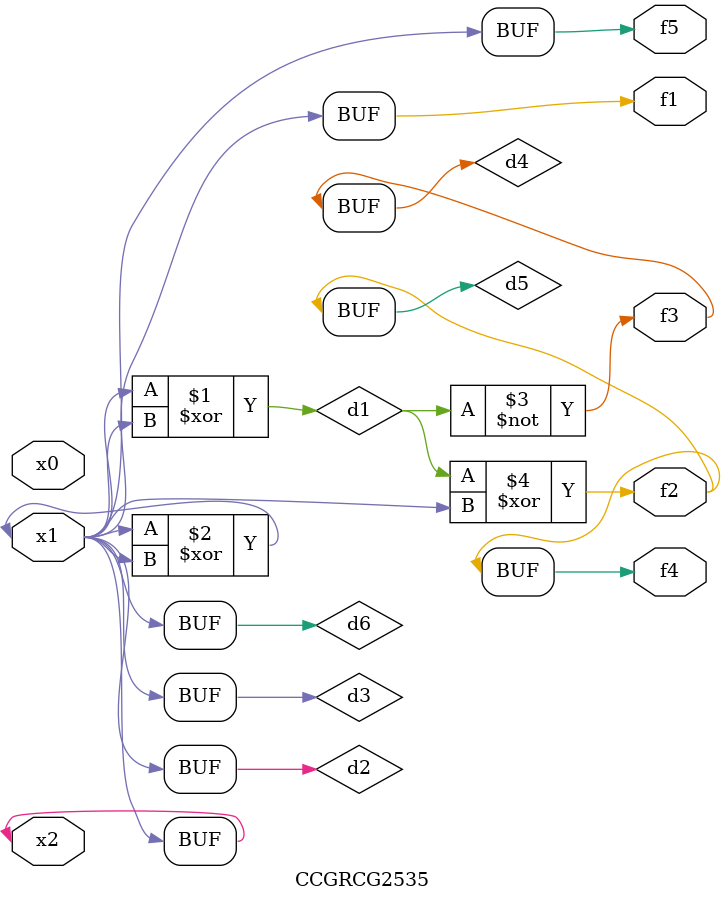
<source format=v>
module CCGRCG2535(
	input x0, x1, x2,
	output f1, f2, f3, f4, f5
);

	wire d1, d2, d3, d4, d5, d6;

	xor (d1, x1, x2);
	buf (d2, x1, x2);
	xor (d3, x1, x2);
	nor (d4, d1);
	xor (d5, d1, d2);
	buf (d6, d2, d3);
	assign f1 = d6;
	assign f2 = d5;
	assign f3 = d4;
	assign f4 = d5;
	assign f5 = d6;
endmodule

</source>
